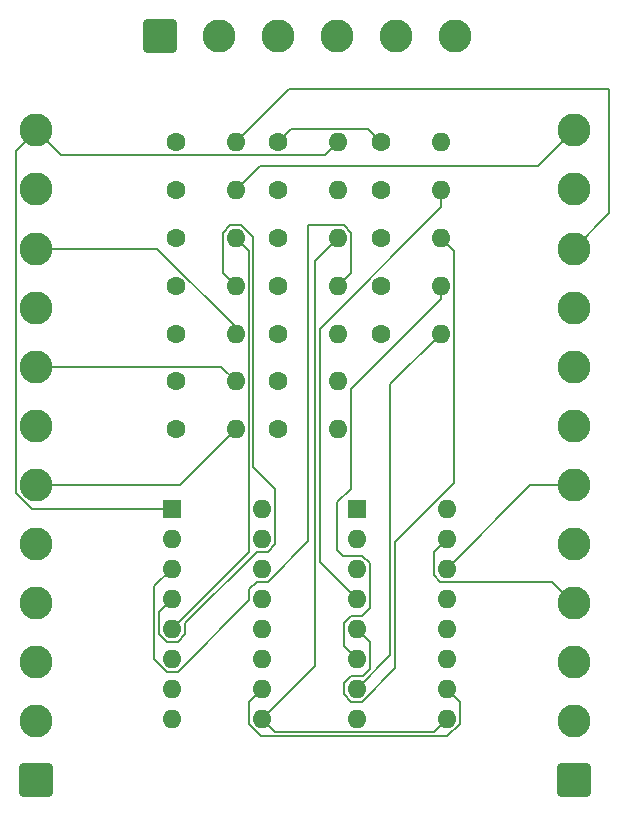
<source format=gbr>
G04 #@! TF.GenerationSoftware,KiCad,Pcbnew,9.0.0*
G04 #@! TF.CreationDate,2025-04-17T23:52:22+01:00*
G04 #@! TF.ProjectId,SNES_CONTROLLER,534e4553-5f43-44f4-9e54-524f4c4c4552,rev?*
G04 #@! TF.SameCoordinates,Original*
G04 #@! TF.FileFunction,Copper,L2,Bot*
G04 #@! TF.FilePolarity,Positive*
%FSLAX46Y46*%
G04 Gerber Fmt 4.6, Leading zero omitted, Abs format (unit mm)*
G04 Created by KiCad (PCBNEW 9.0.0) date 2025-04-17 23:52:22*
%MOMM*%
%LPD*%
G01*
G04 APERTURE LIST*
G04 Aperture macros list*
%AMRoundRect*
0 Rectangle with rounded corners*
0 $1 Rounding radius*
0 $2 $3 $4 $5 $6 $7 $8 $9 X,Y pos of 4 corners*
0 Add a 4 corners polygon primitive as box body*
4,1,4,$2,$3,$4,$5,$6,$7,$8,$9,$2,$3,0*
0 Add four circle primitives for the rounded corners*
1,1,$1+$1,$2,$3*
1,1,$1+$1,$4,$5*
1,1,$1+$1,$6,$7*
1,1,$1+$1,$8,$9*
0 Add four rect primitives between the rounded corners*
20,1,$1+$1,$2,$3,$4,$5,0*
20,1,$1+$1,$4,$5,$6,$7,0*
20,1,$1+$1,$6,$7,$8,$9,0*
20,1,$1+$1,$8,$9,$2,$3,0*%
G04 Aperture macros list end*
G04 #@! TA.AperFunction,ComponentPad*
%ADD10C,1.600000*%
G04 #@! TD*
G04 #@! TA.AperFunction,ComponentPad*
%ADD11O,1.600000X1.600000*%
G04 #@! TD*
G04 #@! TA.AperFunction,ComponentPad*
%ADD12RoundRect,0.250001X1.149999X-1.149999X1.149999X1.149999X-1.149999X1.149999X-1.149999X-1.149999X0*%
G04 #@! TD*
G04 #@! TA.AperFunction,ComponentPad*
%ADD13C,2.800000*%
G04 #@! TD*
G04 #@! TA.AperFunction,ComponentPad*
%ADD14R,1.600000X1.600000*%
G04 #@! TD*
G04 #@! TA.AperFunction,ComponentPad*
%ADD15RoundRect,0.250001X-1.149999X-1.149999X1.149999X-1.149999X1.149999X1.149999X-1.149999X1.149999X0*%
G04 #@! TD*
G04 #@! TA.AperFunction,Conductor*
%ADD16C,0.200000*%
G04 #@! TD*
G04 APERTURE END LIST*
D10*
X124000000Y-75500000D03*
D11*
X129080000Y-75500000D03*
D10*
X124000000Y-83600000D03*
D11*
X129080000Y-83600000D03*
D10*
X132680000Y-87650000D03*
D11*
X137760000Y-87650000D03*
D12*
X103500000Y-129500000D03*
D13*
X103500000Y-124500000D03*
X103500000Y-119500000D03*
X103500000Y-114500000D03*
X103500000Y-109500000D03*
X103500000Y-104500000D03*
X103500000Y-99500000D03*
X103500000Y-94500000D03*
X103500000Y-89500000D03*
X103500000Y-84500000D03*
X103500000Y-79500000D03*
X103500000Y-74500000D03*
D14*
X130635000Y-106520000D03*
D11*
X130635000Y-109060000D03*
X130635000Y-111600000D03*
X130635000Y-114140000D03*
X130635000Y-116680000D03*
X130635000Y-119220000D03*
X130635000Y-121760000D03*
X130635000Y-124300000D03*
X138255000Y-124300000D03*
X138255000Y-121760000D03*
X138255000Y-119220000D03*
X138255000Y-116680000D03*
X138255000Y-114140000D03*
X138255000Y-111600000D03*
X138255000Y-109060000D03*
X138255000Y-106520000D03*
D10*
X132680000Y-91700000D03*
D11*
X137760000Y-91700000D03*
D10*
X115320000Y-95750000D03*
D11*
X120400000Y-95750000D03*
D10*
X132680000Y-75500000D03*
D11*
X137760000Y-75500000D03*
D10*
X115320000Y-79550000D03*
D11*
X120400000Y-79550000D03*
D12*
X149000000Y-129500000D03*
D13*
X149000000Y-124500000D03*
X149000000Y-119500000D03*
X149000000Y-114500000D03*
X149000000Y-109500000D03*
X149000000Y-104500000D03*
X149000000Y-99500000D03*
X149000000Y-94500000D03*
X149000000Y-89500000D03*
X149000000Y-84500000D03*
X149000000Y-79500000D03*
X149000000Y-74500000D03*
D10*
X115320000Y-75500000D03*
D11*
X120400000Y-75500000D03*
D10*
X124000000Y-79550000D03*
D11*
X129080000Y-79550000D03*
D15*
X114000000Y-66500000D03*
D13*
X119000000Y-66500000D03*
X124000000Y-66500000D03*
X129000000Y-66500000D03*
X134000000Y-66500000D03*
X139000000Y-66500000D03*
D10*
X124000000Y-95750000D03*
D11*
X129080000Y-95750000D03*
D10*
X115320000Y-99800000D03*
D11*
X120400000Y-99800000D03*
D10*
X124000000Y-87650000D03*
D11*
X129080000Y-87650000D03*
D10*
X115320000Y-87650000D03*
D11*
X120400000Y-87650000D03*
D14*
X115015000Y-106520000D03*
D11*
X115015000Y-109060000D03*
X115015000Y-111600000D03*
X115015000Y-114140000D03*
X115015000Y-116680000D03*
X115015000Y-119220000D03*
X115015000Y-121760000D03*
X115015000Y-124300000D03*
X122635000Y-124300000D03*
X122635000Y-121760000D03*
X122635000Y-119220000D03*
X122635000Y-116680000D03*
X122635000Y-114140000D03*
X122635000Y-111600000D03*
X122635000Y-109060000D03*
X122635000Y-106520000D03*
D10*
X124000000Y-91700000D03*
D11*
X129080000Y-91700000D03*
D10*
X115320000Y-91700000D03*
D11*
X120400000Y-91700000D03*
D10*
X115320000Y-83600000D03*
D11*
X120400000Y-83600000D03*
D10*
X132680000Y-83600000D03*
D11*
X137760000Y-83600000D03*
D10*
X124000000Y-99800000D03*
D11*
X129080000Y-99800000D03*
D10*
X132680000Y-79550000D03*
D11*
X137760000Y-79550000D03*
D16*
X131580000Y-74400000D02*
X132680000Y-75500000D01*
X124000000Y-75500000D02*
X125100000Y-74400000D01*
X125100000Y-74400000D02*
X131580000Y-74400000D01*
X123735000Y-125400000D02*
X137155000Y-125400000D01*
X122635000Y-124300000D02*
X123735000Y-125400000D01*
X127100000Y-85580000D02*
X127100000Y-119835000D01*
X127100000Y-119835000D02*
X122635000Y-124300000D01*
X137155000Y-125400000D02*
X138255000Y-124300000D01*
X129080000Y-83600000D02*
X127100000Y-85580000D01*
X138310635Y-125800000D02*
X122579365Y-125800000D01*
X139355000Y-122860000D02*
X139355000Y-124755635D01*
X121500000Y-122895000D02*
X122635000Y-121760000D01*
X139355000Y-124755635D02*
X138310635Y-125800000D01*
X138255000Y-121760000D02*
X139355000Y-122860000D01*
X122579365Y-125800000D02*
X121500000Y-124720635D01*
X121500000Y-124720635D02*
X121500000Y-122895000D01*
X115015000Y-111600000D02*
X113515000Y-113100000D01*
X126500000Y-82500000D02*
X129535635Y-82500000D01*
X113515000Y-119275635D02*
X114559365Y-120320000D01*
X126500000Y-109290635D02*
X126500000Y-82500000D01*
X123090635Y-112700000D02*
X126500000Y-109290635D01*
X129535635Y-82500000D02*
X130180000Y-83144365D01*
X113515000Y-113100000D02*
X113515000Y-119275635D01*
X121535000Y-114255635D02*
X121535000Y-113344365D01*
X114559365Y-120320000D02*
X115470635Y-120320000D01*
X130180000Y-83144365D02*
X130180000Y-86550000D01*
X115470635Y-120320000D02*
X121535000Y-114255635D01*
X130180000Y-86550000D02*
X129080000Y-87650000D01*
X122179365Y-112700000D02*
X123090635Y-112700000D01*
X121535000Y-113344365D02*
X122179365Y-112700000D01*
X115470635Y-117780000D02*
X114559365Y-117780000D01*
X121900000Y-83544365D02*
X121900000Y-103000000D01*
X120400000Y-87650000D02*
X119300000Y-86550000D01*
X119300000Y-86550000D02*
X119300000Y-83144365D01*
X119300000Y-83144365D02*
X119944365Y-82500000D01*
X121900000Y-103000000D02*
X123735000Y-104835000D01*
X114559365Y-117780000D02*
X113915000Y-117135635D01*
X113915000Y-117135635D02*
X113915000Y-115240000D01*
X119944365Y-82500000D02*
X120855635Y-82500000D01*
X120855635Y-82500000D02*
X121900000Y-83544365D01*
X123735000Y-104835000D02*
X123735000Y-109515635D01*
X122179365Y-110160000D02*
X116115000Y-116224365D01*
X116115000Y-117135635D02*
X115470635Y-117780000D01*
X116115000Y-116224365D02*
X116115000Y-117135635D01*
X113915000Y-115240000D02*
X115015000Y-114140000D01*
X123735000Y-109515635D02*
X123090635Y-110160000D01*
X123090635Y-110160000D02*
X122179365Y-110160000D01*
X115700000Y-104500000D02*
X120400000Y-99800000D01*
X103500000Y-104500000D02*
X115700000Y-104500000D01*
X105600000Y-76600000D02*
X127980000Y-76600000D01*
X101800000Y-76200000D02*
X103500000Y-74500000D01*
X127980000Y-76600000D02*
X129080000Y-75500000D01*
X101800000Y-105204164D02*
X101800000Y-76200000D01*
X103115836Y-106520000D02*
X101800000Y-105204164D01*
X103500000Y-74500000D02*
X105600000Y-76600000D01*
X115015000Y-106520000D02*
X103115836Y-106520000D01*
X103500000Y-94500000D02*
X119150000Y-94500000D01*
X119150000Y-94500000D02*
X120400000Y-95750000D01*
X121500000Y-110195000D02*
X115015000Y-116680000D01*
X120400000Y-83600000D02*
X121500000Y-84700000D01*
X121500000Y-84700000D02*
X121500000Y-110195000D01*
X120400000Y-91174365D02*
X120400000Y-91700000D01*
X113725635Y-84500000D02*
X120400000Y-91174365D01*
X103500000Y-84500000D02*
X113725635Y-84500000D01*
X152000000Y-71000000D02*
X124900000Y-71000000D01*
X149000000Y-84500000D02*
X152000000Y-81500000D01*
X152000000Y-81500000D02*
X152000000Y-71000000D01*
X124900000Y-71000000D02*
X120400000Y-75500000D01*
X146000000Y-77500000D02*
X122450000Y-77500000D01*
X149000000Y-74500000D02*
X146000000Y-77500000D01*
X122450000Y-77500000D02*
X120400000Y-79550000D01*
X137700000Y-112700000D02*
X137155000Y-112155000D01*
X137155000Y-110160000D02*
X138255000Y-109060000D01*
X147200000Y-112700000D02*
X137700000Y-112700000D01*
X137155000Y-112155000D02*
X137155000Y-110160000D01*
X149000000Y-114500000D02*
X147200000Y-112700000D01*
X149000000Y-104500000D02*
X145355000Y-104500000D01*
X145355000Y-104500000D02*
X138255000Y-111600000D01*
X137760000Y-79550000D02*
X137760000Y-81014365D01*
X127500000Y-91274365D02*
X127500000Y-111005000D01*
X137760000Y-81014365D02*
X127500000Y-91274365D01*
X127500000Y-111005000D02*
X130635000Y-114140000D01*
X130179365Y-120660000D02*
X131169314Y-120660000D01*
X131735000Y-120094314D02*
X131735000Y-117780000D01*
X131735000Y-117780000D02*
X130635000Y-116680000D01*
X133900000Y-109319365D02*
X133900000Y-120050635D01*
X129535000Y-122215635D02*
X129535000Y-121304365D01*
X130179365Y-122860000D02*
X129535000Y-122215635D01*
X131090635Y-122860000D02*
X130179365Y-122860000D01*
X129535000Y-121304365D02*
X130179365Y-120660000D01*
X137760000Y-83600000D02*
X138860000Y-84700000D01*
X138860000Y-104359365D02*
X133900000Y-109319365D01*
X131169314Y-120660000D02*
X131735000Y-120094314D01*
X133900000Y-120050635D02*
X131090635Y-122860000D01*
X138860000Y-84700000D02*
X138860000Y-104359365D01*
X130180000Y-104820000D02*
X129000000Y-106000000D01*
X130179365Y-115580000D02*
X129535000Y-116224365D01*
X131090635Y-115580000D02*
X130179365Y-115580000D01*
X131090635Y-110500000D02*
X131735000Y-111144365D01*
X137760000Y-88781370D02*
X130180000Y-96361370D01*
X129000000Y-106000000D02*
X129000000Y-110000000D01*
X137760000Y-87650000D02*
X137760000Y-88781370D01*
X129000000Y-110000000D02*
X129500000Y-110500000D01*
X131735000Y-111144365D02*
X131735000Y-114935635D01*
X131735000Y-114935635D02*
X131090635Y-115580000D01*
X130180000Y-96361370D02*
X130180000Y-104820000D01*
X129500000Y-110500000D02*
X131090635Y-110500000D01*
X129535000Y-118120000D02*
X130635000Y-119220000D01*
X129535000Y-116224365D02*
X129535000Y-118120000D01*
X133500000Y-118895000D02*
X130635000Y-121760000D01*
X133500000Y-95960000D02*
X133500000Y-118895000D01*
X137760000Y-91700000D02*
X133500000Y-95960000D01*
M02*

</source>
